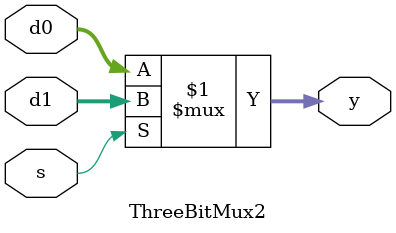
<source format=sv>
`timescale 1ns / 1ps
module ThreeBitMux2(input logic [2:0] d0, d1,
    input logic s,
    output logic [2:0] y);
    
    assign y = s ? d1 : d0;
    
endmodule

</source>
